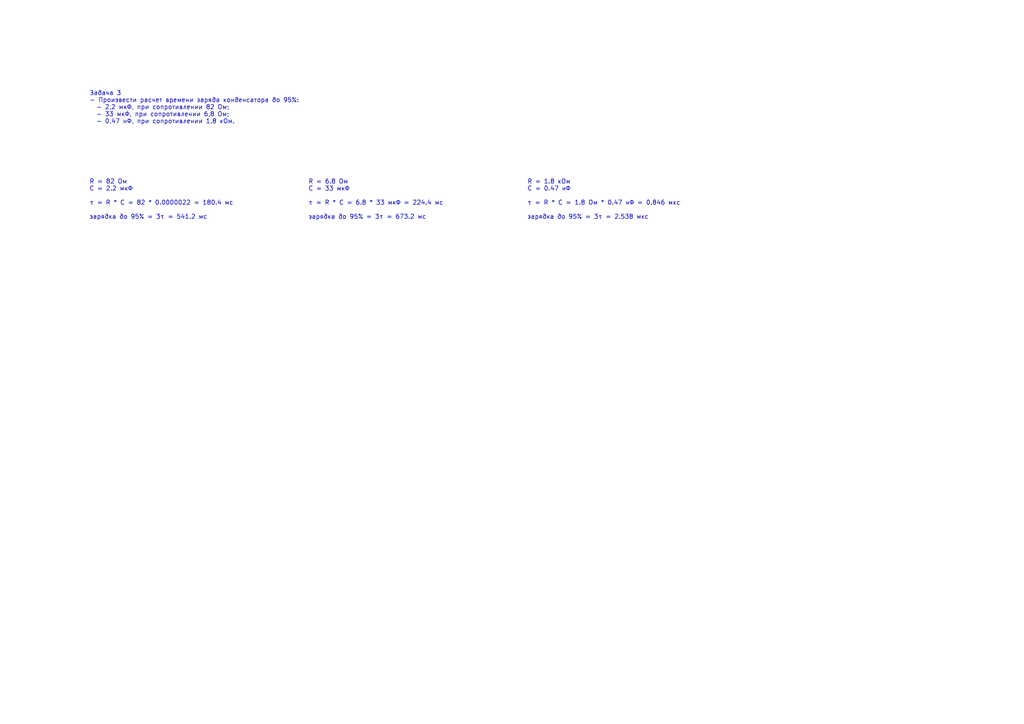
<source format=kicad_sch>
(kicad_sch
	(version 20231120)
	(generator "eeschema")
	(generator_version "8.0")
	(uuid "9b42cba4-665d-4553-82c8-5ac8d9c2df4d")
	(paper "A4")
	(lib_symbols)
	(text "Задача 3 \n- Произвести расчет времени заряда конденсатора до 95%:\n  - 2,2 мкФ, при сопротивлении 82 Ом;\n  - 33 мкФ, при сопротивлении 6,8 Ом;\n  - 0,47 нФ, при сопротивлении 1,8 кОм."
		(exclude_from_sim no)
		(at 25.908 26.416 0)
		(effects
			(font
				(size 1.27 1.27)
			)
			(justify left top)
		)
		(uuid "1b5399f6-6da9-4b82-8c55-808e2b696da9")
	)
	(text "R = 1.8 кОм\nC = 0.47 нФ\n\nτ = R * C = 1.8 Ом * 0.47 нФ = 0.846 мкс\n\nзарядка до 95% = 3τ = 2.538 мкс"
		(exclude_from_sim no)
		(at 152.908 52.07 0)
		(effects
			(font
				(size 1.27 1.27)
			)
			(justify left top)
		)
		(uuid "90dbe69f-b051-419d-a047-505c54ac5329")
	)
	(text "R = 6.8 Ом\nC = 33 мкФ\n\nτ = R * C = 6.8 * 33 мкФ = 224.4 мс\n\nзарядка до 95% = 3τ = 673.2 мс"
		(exclude_from_sim no)
		(at 89.408 52.07 0)
		(effects
			(font
				(size 1.27 1.27)
			)
			(justify left top)
		)
		(uuid "a2a1b0b9-7fa1-4170-8f3c-e5899f81ffaa")
	)
	(text "R = 82 Ом\nC = 2.2 мкФ\n\nτ = R * C = 82 * 0.0000022 = 180.4 мс\n\nзарядка до 95% = 3τ = 541.2 мс"
		(exclude_from_sim no)
		(at 25.908 52.07 0)
		(effects
			(font
				(size 1.27 1.27)
			)
			(justify left top)
		)
		(uuid "b27ff822-735e-48d6-a639-4d4a429091e1")
	)
	(sheet_instances
		(path "/"
			(page "1")
		)
	)
)

</source>
